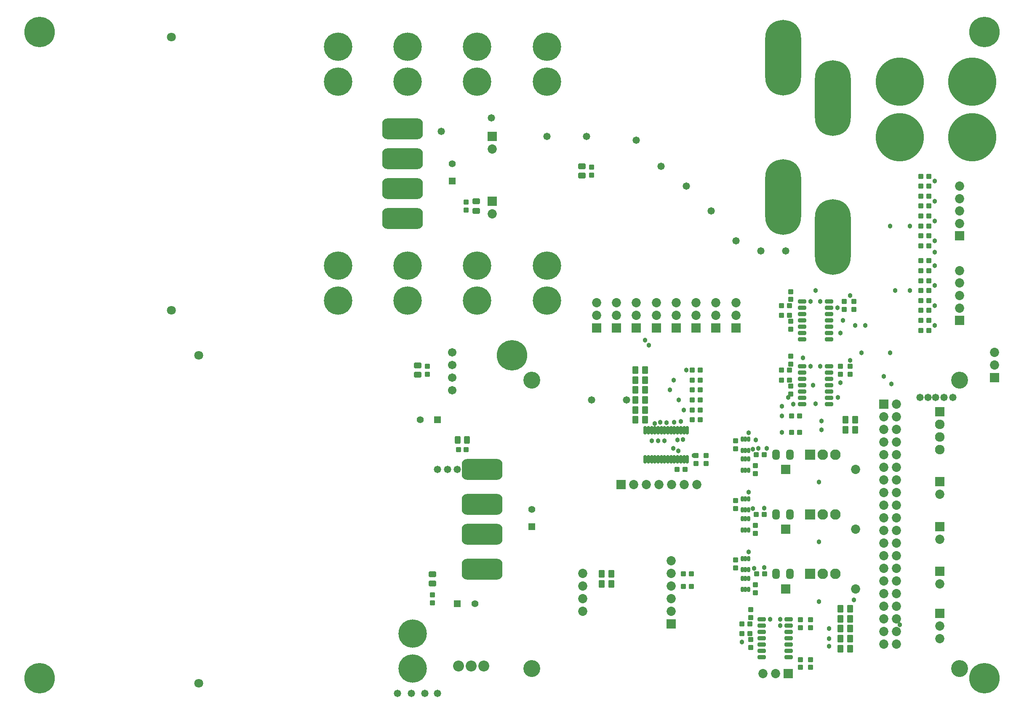
<source format=gts>
G04 Layer_Color=8388736*
%FSLAX25Y25*%
%MOIN*%
G70*
G01*
G75*
G04:AMPARAMS|DCode=60|XSize=38.47mil|YSize=42.4mil|CornerRadius=6.68mil|HoleSize=0mil|Usage=FLASHONLY|Rotation=0.000|XOffset=0mil|YOffset=0mil|HoleType=Round|Shape=RoundedRectangle|*
%AMROUNDEDRECTD60*
21,1,0.03847,0.02904,0,0,0.0*
21,1,0.02510,0.04240,0,0,0.0*
1,1,0.01337,0.01255,-0.01452*
1,1,0.01337,-0.01255,-0.01452*
1,1,0.01337,-0.01255,0.01452*
1,1,0.01337,0.01255,0.01452*
%
%ADD60ROUNDEDRECTD60*%
G04:AMPARAMS|DCode=61|XSize=76.9mil|YSize=57.21mil|CornerRadius=16.3mil|HoleSize=0mil|Usage=FLASHONLY|Rotation=90.000|XOffset=0mil|YOffset=0mil|HoleType=Round|Shape=RoundedRectangle|*
%AMROUNDEDRECTD61*
21,1,0.07690,0.02461,0,0,90.0*
21,1,0.04429,0.05721,0,0,90.0*
1,1,0.03261,0.01230,0.02215*
1,1,0.03261,0.01230,-0.02215*
1,1,0.03261,-0.01230,-0.02215*
1,1,0.03261,-0.01230,0.02215*
%
%ADD61ROUNDEDRECTD61*%
G04:AMPARAMS|DCode=62|XSize=46.34mil|YSize=60.12mil|CornerRadius=7.67mil|HoleSize=0mil|Usage=FLASHONLY|Rotation=180.000|XOffset=0mil|YOffset=0mil|HoleType=Round|Shape=RoundedRectangle|*
%AMROUNDEDRECTD62*
21,1,0.04634,0.04478,0,0,180.0*
21,1,0.03100,0.06012,0,0,180.0*
1,1,0.01534,-0.01550,0.02239*
1,1,0.01534,0.01550,0.02239*
1,1,0.01534,0.01550,-0.02239*
1,1,0.01534,-0.01550,-0.02239*
%
%ADD62ROUNDEDRECTD62*%
G04:AMPARAMS|DCode=63|XSize=38.47mil|YSize=42.4mil|CornerRadius=6.68mil|HoleSize=0mil|Usage=FLASHONLY|Rotation=90.000|XOffset=0mil|YOffset=0mil|HoleType=Round|Shape=RoundedRectangle|*
%AMROUNDEDRECTD63*
21,1,0.03847,0.02904,0,0,90.0*
21,1,0.02510,0.04240,0,0,90.0*
1,1,0.01337,0.01452,0.01255*
1,1,0.01337,0.01452,-0.01255*
1,1,0.01337,-0.01452,-0.01255*
1,1,0.01337,-0.01452,0.01255*
%
%ADD63ROUNDEDRECTD63*%
G04:AMPARAMS|DCode=64|XSize=44.37mil|YSize=60.12mil|CornerRadius=8.4mil|HoleSize=0mil|Usage=FLASHONLY|Rotation=90.000|XOffset=0mil|YOffset=0mil|HoleType=Round|Shape=RoundedRectangle|*
%AMROUNDEDRECTD64*
21,1,0.04437,0.04331,0,0,90.0*
21,1,0.02756,0.06012,0,0,90.0*
1,1,0.01681,0.02165,0.01378*
1,1,0.01681,0.02165,-0.01378*
1,1,0.01681,-0.02165,-0.01378*
1,1,0.01681,-0.02165,0.01378*
%
%ADD64ROUNDEDRECTD64*%
G04:AMPARAMS|DCode=65|XSize=40.43mil|YSize=42.4mil|CornerRadius=6.93mil|HoleSize=0mil|Usage=FLASHONLY|Rotation=270.000|XOffset=0mil|YOffset=0mil|HoleType=Round|Shape=RoundedRectangle|*
%AMROUNDEDRECTD65*
21,1,0.04043,0.02854,0,0,270.0*
21,1,0.02657,0.04240,0,0,270.0*
1,1,0.01386,-0.01427,-0.01329*
1,1,0.01386,-0.01427,0.01329*
1,1,0.01386,0.01427,0.01329*
1,1,0.01386,0.01427,-0.01329*
%
%ADD65ROUNDEDRECTD65*%
G04:AMPARAMS|DCode=66|XSize=23.75mil|YSize=41.47mil|CornerRadius=7.94mil|HoleSize=0mil|Usage=FLASHONLY|Rotation=0.000|XOffset=0mil|YOffset=0mil|HoleType=Round|Shape=RoundedRectangle|*
%AMROUNDEDRECTD66*
21,1,0.02375,0.02559,0,0,0.0*
21,1,0.00787,0.04147,0,0,0.0*
1,1,0.01587,0.00394,-0.01279*
1,1,0.01587,-0.00394,-0.01279*
1,1,0.01587,-0.00394,0.01279*
1,1,0.01587,0.00394,0.01279*
%
%ADD66ROUNDEDRECTD66*%
G04:AMPARAMS|DCode=67|XSize=67.06mil|YSize=33.59mil|CornerRadius=10.4mil|HoleSize=0mil|Usage=FLASHONLY|Rotation=180.000|XOffset=0mil|YOffset=0mil|HoleType=Round|Shape=RoundedRectangle|*
%AMROUNDEDRECTD67*
21,1,0.06706,0.01279,0,0,180.0*
21,1,0.04626,0.03359,0,0,180.0*
1,1,0.02080,-0.02313,0.00640*
1,1,0.02080,0.02313,0.00640*
1,1,0.02080,0.02313,-0.00640*
1,1,0.02080,-0.02313,-0.00640*
%
%ADD67ROUNDEDRECTD67*%
G04:AMPARAMS|DCode=68|XSize=66.07mil|YSize=25.72mil|CornerRadius=8.43mil|HoleSize=0mil|Usage=FLASHONLY|Rotation=270.000|XOffset=0mil|YOffset=0mil|HoleType=Round|Shape=RoundedRectangle|*
%AMROUNDEDRECTD68*
21,1,0.06607,0.00886,0,0,270.0*
21,1,0.04921,0.02572,0,0,270.0*
1,1,0.01686,-0.00443,-0.02461*
1,1,0.01686,-0.00443,0.02461*
1,1,0.01686,0.00443,0.02461*
1,1,0.01686,0.00443,-0.02461*
%
%ADD68ROUNDEDRECTD68*%
G04:AMPARAMS|DCode=69|XSize=165.48mil|YSize=322.96mil|CornerRadius=43.37mil|HoleSize=0mil|Usage=FLASHONLY|Rotation=90.000|XOffset=0mil|YOffset=0mil|HoleType=Round|Shape=RoundedRectangle|*
%AMROUNDEDRECTD69*
21,1,0.16548,0.23622,0,0,90.0*
21,1,0.07874,0.32296,0,0,90.0*
1,1,0.08674,0.11811,0.03937*
1,1,0.08674,0.11811,-0.03937*
1,1,0.08674,-0.11811,-0.03937*
1,1,0.08674,-0.11811,0.03937*
%
%ADD69ROUNDEDRECTD69*%
G04:AMPARAMS|DCode=70|XSize=44.37mil|YSize=60.12mil|CornerRadius=8.4mil|HoleSize=0mil|Usage=FLASHONLY|Rotation=180.000|XOffset=0mil|YOffset=0mil|HoleType=Round|Shape=RoundedRectangle|*
%AMROUNDEDRECTD70*
21,1,0.04437,0.04331,0,0,180.0*
21,1,0.02756,0.06012,0,0,180.0*
1,1,0.01681,-0.01378,0.02165*
1,1,0.01681,0.01378,0.02165*
1,1,0.01681,0.01378,-0.02165*
1,1,0.01681,-0.01378,-0.02165*
%
%ADD70ROUNDEDRECTD70*%
%ADD71C,0.07296*%
%ADD72R,0.07296X0.07296*%
%ADD73R,0.07296X0.07296*%
%ADD74C,0.24122*%
%ADD75R,0.07591X0.07591*%
%ADD76C,0.07591*%
%ADD77C,0.38201*%
%ADD78C,0.22450*%
%ADD79C,0.05524*%
%ADD80R,0.05524X0.05524*%
%ADD81O,0.28359X0.59855*%
%ADD82C,0.13398*%
%ADD83R,0.08359X0.08359*%
%ADD84C,0.08359*%
%ADD85C,0.07099*%
%ADD86R,0.05524X0.05524*%
%ADD87C,0.08674*%
%ADD88C,0.06706*%
%ADD89C,0.03800*%
%ADD90C,0.05800*%
D60*
X587402Y102362D02*
D03*
X593701D02*
D03*
X587087Y149606D02*
D03*
X593386D02*
D03*
X587087Y196850D02*
D03*
X593386D02*
D03*
X575591Y62992D02*
D03*
X581890D02*
D03*
X575591Y55118D02*
D03*
X581890D02*
D03*
X717323Y295276D02*
D03*
X723622D02*
D03*
Y303150D02*
D03*
X717323D02*
D03*
Y311024D02*
D03*
X723622D02*
D03*
Y318898D02*
D03*
X717323D02*
D03*
Y326772D02*
D03*
X723622D02*
D03*
Y334646D02*
D03*
X717323D02*
D03*
Y342520D02*
D03*
X723622D02*
D03*
Y350394D02*
D03*
X717323D02*
D03*
X717323Y362205D02*
D03*
X723622D02*
D03*
Y370079D02*
D03*
X717323D02*
D03*
Y377953D02*
D03*
X723622D02*
D03*
Y385827D02*
D03*
X717323D02*
D03*
Y393701D02*
D03*
X723622D02*
D03*
Y401575D02*
D03*
X717323D02*
D03*
Y409449D02*
D03*
X723622D02*
D03*
Y417323D02*
D03*
X717323D02*
D03*
X607087Y263779D02*
D03*
X613386D02*
D03*
X607087Y255906D02*
D03*
X613386D02*
D03*
X607087Y314961D02*
D03*
X613386D02*
D03*
X607087Y307087D02*
D03*
X613386D02*
D03*
X530709Y185039D02*
D03*
X524409D02*
D03*
X542520Y224410D02*
D03*
X536221D02*
D03*
X542520Y232283D02*
D03*
X536221D02*
D03*
X542520Y240158D02*
D03*
X536221D02*
D03*
X542520Y248031D02*
D03*
X536221D02*
D03*
X542520Y255906D02*
D03*
X536221D02*
D03*
X542520Y263779D02*
D03*
X536221D02*
D03*
X621260Y214567D02*
D03*
X614961D02*
D03*
X621260Y227362D02*
D03*
X614961D02*
D03*
X529331Y92520D02*
D03*
X535630D02*
D03*
X529331Y102362D02*
D03*
X535630D02*
D03*
X351181Y200787D02*
D03*
X357480D02*
D03*
D61*
X602697Y102362D02*
D03*
X613524D02*
D03*
X602697Y149606D02*
D03*
X613524D02*
D03*
X602697Y196850D02*
D03*
X613524D02*
D03*
D62*
X653740Y74803D02*
D03*
X661221D02*
D03*
Y43307D02*
D03*
X653740D02*
D03*
X661221Y66929D02*
D03*
X653740D02*
D03*
X661221Y51181D02*
D03*
X653740D02*
D03*
X661221Y59055D02*
D03*
X653740D02*
D03*
X665158Y216535D02*
D03*
X657677D02*
D03*
X665158Y224410D02*
D03*
X657677D02*
D03*
X498819Y224410D02*
D03*
X491339D02*
D03*
X498819Y232283D02*
D03*
X491339D02*
D03*
X498819Y263779D02*
D03*
X491339D02*
D03*
X498819Y255906D02*
D03*
X491339D02*
D03*
X498819Y240158D02*
D03*
X491339D02*
D03*
X498819Y248031D02*
D03*
X491339D02*
D03*
X464764Y94488D02*
D03*
X472244D02*
D03*
Y102362D02*
D03*
X464764D02*
D03*
D63*
X357283Y390551D02*
D03*
Y396850D02*
D03*
X582677Y44094D02*
D03*
Y50394D02*
D03*
Y74016D02*
D03*
Y67716D02*
D03*
X622047Y34646D02*
D03*
Y28346D02*
D03*
X330709Y85827D02*
D03*
Y79528D02*
D03*
X456693Y424409D02*
D03*
Y418110D02*
D03*
X614173Y274803D02*
D03*
Y268504D02*
D03*
Y244882D02*
D03*
Y251181D02*
D03*
Y325984D02*
D03*
Y319685D02*
D03*
Y296063D02*
D03*
Y302362D02*
D03*
X629921Y28346D02*
D03*
Y34646D02*
D03*
X326772Y266929D02*
D03*
Y260630D02*
D03*
D64*
X448819Y417717D02*
D03*
Y425197D02*
D03*
X330709Y94685D02*
D03*
Y102165D02*
D03*
X365158Y397441D02*
D03*
Y389961D02*
D03*
X318898Y260039D02*
D03*
Y267520D02*
D03*
D65*
X653543Y266929D02*
D03*
Y260630D02*
D03*
X661417Y266929D02*
D03*
Y260630D02*
D03*
X664370Y318110D02*
D03*
Y311811D02*
D03*
X656496Y318110D02*
D03*
Y311811D02*
D03*
X629921Y59842D02*
D03*
Y66142D02*
D03*
X622047Y59842D02*
D03*
Y66142D02*
D03*
X539370Y196063D02*
D03*
Y189764D02*
D03*
X547244Y196063D02*
D03*
Y189764D02*
D03*
X570551Y207874D02*
D03*
Y201575D02*
D03*
Y160630D02*
D03*
Y154331D02*
D03*
Y113386D02*
D03*
Y107087D02*
D03*
X586299Y181890D02*
D03*
Y188189D02*
D03*
Y134646D02*
D03*
Y140945D02*
D03*
Y87402D02*
D03*
Y93701D02*
D03*
D66*
X580984Y209154D02*
D03*
X578425D02*
D03*
X575866D02*
D03*
Y200295D02*
D03*
X578425D02*
D03*
X580984D02*
D03*
Y161909D02*
D03*
X578425D02*
D03*
X575866D02*
D03*
Y153051D02*
D03*
X578425D02*
D03*
X580984D02*
D03*
Y114665D02*
D03*
X578425D02*
D03*
X575866D02*
D03*
Y105807D02*
D03*
X578425D02*
D03*
X580984D02*
D03*
X575866Y184547D02*
D03*
X578425D02*
D03*
X580984D02*
D03*
Y193405D02*
D03*
X578425D02*
D03*
X575866D02*
D03*
Y137303D02*
D03*
X578425D02*
D03*
X580984D02*
D03*
Y146161D02*
D03*
X578425D02*
D03*
X575866D02*
D03*
Y90059D02*
D03*
X578425D02*
D03*
X580984D02*
D03*
Y98917D02*
D03*
X578425D02*
D03*
X575866D02*
D03*
D67*
X623228Y236968D02*
D03*
Y241968D02*
D03*
Y246969D02*
D03*
Y251969D02*
D03*
Y256968D02*
D03*
Y261968D02*
D03*
Y266968D02*
D03*
X644488D02*
D03*
Y261968D02*
D03*
Y256968D02*
D03*
Y251969D02*
D03*
Y246969D02*
D03*
Y241968D02*
D03*
Y236968D02*
D03*
X623228Y288150D02*
D03*
Y293150D02*
D03*
Y298150D02*
D03*
Y303150D02*
D03*
Y308150D02*
D03*
Y313150D02*
D03*
Y318150D02*
D03*
X644488D02*
D03*
Y313150D02*
D03*
Y308150D02*
D03*
Y303150D02*
D03*
Y298150D02*
D03*
Y293150D02*
D03*
Y288150D02*
D03*
X591339Y36575D02*
D03*
Y41575D02*
D03*
Y46575D02*
D03*
Y51575D02*
D03*
Y56575D02*
D03*
Y61575D02*
D03*
Y66575D02*
D03*
X612598D02*
D03*
Y61575D02*
D03*
Y56575D02*
D03*
Y51575D02*
D03*
Y46575D02*
D03*
Y41575D02*
D03*
Y36575D02*
D03*
D68*
X532382Y216291D02*
D03*
X529823D02*
D03*
X527264D02*
D03*
X524705D02*
D03*
X522146D02*
D03*
X519587D02*
D03*
X517028D02*
D03*
X514468D02*
D03*
X511909D02*
D03*
X509350D02*
D03*
X506791D02*
D03*
X504232D02*
D03*
X501673D02*
D03*
X499114D02*
D03*
Y193157D02*
D03*
X501673D02*
D03*
X504232D02*
D03*
X506791D02*
D03*
X509350D02*
D03*
X511909D02*
D03*
X514468D02*
D03*
X517028D02*
D03*
X519587D02*
D03*
X522146D02*
D03*
X524705D02*
D03*
X527264D02*
D03*
X529823D02*
D03*
X532382D02*
D03*
D69*
X307087Y383858D02*
D03*
Y431102D02*
D03*
Y407480D02*
D03*
Y454724D02*
D03*
X370079Y106299D02*
D03*
Y157480D02*
D03*
Y133858D02*
D03*
Y185039D02*
D03*
D70*
X358071Y208661D02*
D03*
X350590D02*
D03*
D71*
X592362Y23622D02*
D03*
X602362D02*
D03*
X519685Y112677D02*
D03*
Y102677D02*
D03*
Y92677D02*
D03*
Y82677D02*
D03*
Y72677D02*
D03*
X449685Y102677D02*
D03*
Y92677D02*
D03*
Y82677D02*
D03*
Y72677D02*
D03*
X570866Y317087D02*
D03*
Y307087D02*
D03*
X555118Y317087D02*
D03*
Y307087D02*
D03*
X539370Y317087D02*
D03*
Y307087D02*
D03*
X523622Y317087D02*
D03*
Y307087D02*
D03*
X507874Y317087D02*
D03*
Y307087D02*
D03*
X492126Y317087D02*
D03*
Y307087D02*
D03*
X476378Y317087D02*
D03*
Y307087D02*
D03*
X460630Y317087D02*
D03*
Y307087D02*
D03*
X732283Y165354D02*
D03*
Y129921D02*
D03*
Y94488D02*
D03*
Y61181D02*
D03*
Y51181D02*
D03*
X775591Y277716D02*
D03*
Y267717D02*
D03*
X748032Y409449D02*
D03*
Y399606D02*
D03*
Y389764D02*
D03*
Y379921D02*
D03*
X748032Y342520D02*
D03*
Y332677D02*
D03*
Y322835D02*
D03*
Y312992D02*
D03*
X697913Y46732D02*
D03*
X687913D02*
D03*
X697913Y56732D02*
D03*
X687913D02*
D03*
X697913Y66732D02*
D03*
X687913D02*
D03*
X697913Y76732D02*
D03*
X687913D02*
D03*
X697913Y86732D02*
D03*
X687913D02*
D03*
X697913Y96732D02*
D03*
X687913D02*
D03*
X697913Y106732D02*
D03*
X687913D02*
D03*
X697913Y116732D02*
D03*
X687913D02*
D03*
X697913Y126732D02*
D03*
X687913D02*
D03*
X697913Y136732D02*
D03*
X687913D02*
D03*
X697913Y146732D02*
D03*
X687913D02*
D03*
X697913Y156732D02*
D03*
X687913D02*
D03*
X697913Y166732D02*
D03*
X687913D02*
D03*
X697913Y176732D02*
D03*
X687913D02*
D03*
X697913Y186732D02*
D03*
X687913D02*
D03*
X697913Y196732D02*
D03*
X687913D02*
D03*
X697913Y206732D02*
D03*
X687913D02*
D03*
X697913Y216732D02*
D03*
X687913D02*
D03*
X697913Y226732D02*
D03*
X687913D02*
D03*
X697913Y236732D02*
D03*
X377953Y438819D02*
D03*
Y387638D02*
D03*
X665748Y137795D02*
D03*
Y185039D02*
D03*
Y90551D02*
D03*
X540000Y173228D02*
D03*
X530000D02*
D03*
X520000D02*
D03*
X510000D02*
D03*
X500000D02*
D03*
X490000D02*
D03*
D72*
X612362Y23622D02*
D03*
X610236Y137795D02*
D03*
Y185039D02*
D03*
Y90551D02*
D03*
X480000Y173228D02*
D03*
D73*
X519685Y62677D02*
D03*
X570866Y297087D02*
D03*
X555118D02*
D03*
X539370D02*
D03*
X523622D02*
D03*
X507874D02*
D03*
X492126D02*
D03*
X476378D02*
D03*
X460630D02*
D03*
X732283Y175354D02*
D03*
Y139921D02*
D03*
Y104488D02*
D03*
Y71181D02*
D03*
X775591Y257716D02*
D03*
X748032Y370079D02*
D03*
X748032Y303150D02*
D03*
X687913Y236732D02*
D03*
X377953Y448819D02*
D03*
Y397638D02*
D03*
D74*
X767717Y531496D02*
D03*
Y19685D02*
D03*
X19685D02*
D03*
Y531496D02*
D03*
X393701Y275590D02*
D03*
D75*
X732283Y230787D02*
D03*
D76*
Y220787D02*
D03*
Y210787D02*
D03*
Y200787D02*
D03*
D77*
X700787Y448126D02*
D03*
Y492126D02*
D03*
X757874Y448126D02*
D03*
Y492126D02*
D03*
D78*
X255906Y519686D02*
D03*
Y492126D02*
D03*
X311024Y519686D02*
D03*
Y492126D02*
D03*
X366142Y519685D02*
D03*
Y492125D02*
D03*
X421260Y519685D02*
D03*
Y492125D02*
D03*
X255906Y318898D02*
D03*
Y346458D02*
D03*
X311024Y318897D02*
D03*
Y346457D02*
D03*
X366142Y318897D02*
D03*
Y346457D02*
D03*
X421260Y318898D02*
D03*
Y346458D02*
D03*
X314961Y27559D02*
D03*
Y55119D02*
D03*
D79*
X346457Y427165D02*
D03*
X409449Y153543D02*
D03*
X364173Y78740D02*
D03*
X320866Y224410D02*
D03*
D80*
X346457Y413386D02*
D03*
X409449Y139764D02*
D03*
D81*
X647638Y369094D02*
D03*
X608268Y400787D02*
D03*
X647638Y479331D02*
D03*
X608268Y511024D02*
D03*
D82*
X748032Y255906D02*
D03*
Y27559D02*
D03*
X409449Y255906D02*
D03*
Y27559D02*
D03*
D83*
X629606Y196850D02*
D03*
Y149606D02*
D03*
Y102362D02*
D03*
D84*
X639606Y196850D02*
D03*
X649606D02*
D03*
X639606Y149606D02*
D03*
X649606D02*
D03*
X639606Y102362D02*
D03*
X649606D02*
D03*
D85*
X124016Y527559D02*
D03*
Y311024D02*
D03*
X145669Y275590D02*
D03*
Y15748D02*
D03*
D86*
X350394Y78740D02*
D03*
X334646Y224410D02*
D03*
D87*
X371220Y29528D02*
D03*
X361221D02*
D03*
X351220D02*
D03*
D88*
X346457Y277716D02*
D03*
Y267717D02*
D03*
Y257716D02*
D03*
Y247716D02*
D03*
D89*
X728346Y413386D02*
D03*
Y397638D02*
D03*
Y381890D02*
D03*
Y366142D02*
D03*
X728346Y346457D02*
D03*
Y330709D02*
D03*
Y314961D02*
D03*
Y299213D02*
D03*
X673228D02*
D03*
X665354D02*
D03*
X708661Y377953D02*
D03*
X692913D02*
D03*
X653543Y293307D02*
D03*
X708661Y326772D02*
D03*
X696850D02*
D03*
X651575Y242126D02*
D03*
X664370Y81693D02*
D03*
X629921Y318150D02*
D03*
X637795Y266968D02*
D03*
X629921D02*
D03*
X598032Y66535D02*
D03*
X605905D02*
D03*
X593386Y154646D02*
D03*
X580984Y214291D02*
D03*
X593386Y107402D02*
D03*
X521654Y255906D02*
D03*
X531496Y263779D02*
D03*
X525591Y240158D02*
D03*
X504232Y207972D02*
D03*
X509350D02*
D03*
X514468D02*
D03*
X499016Y287402D02*
D03*
X501968Y283465D02*
D03*
X638779Y223425D02*
D03*
Y216535D02*
D03*
X637795Y318150D02*
D03*
X506791Y221358D02*
D03*
X529527Y232283D02*
D03*
X518701Y248031D02*
D03*
X607283Y227362D02*
D03*
X607283Y235236D02*
D03*
Y214567D02*
D03*
X651417Y313150D02*
D03*
X633858Y326772D02*
D03*
X670276Y277559D02*
D03*
X692913D02*
D03*
X693898Y252953D02*
D03*
X687992Y258858D02*
D03*
X605905Y61535D02*
D03*
X575591Y48425D02*
D03*
X636732Y80630D02*
D03*
Y127874D02*
D03*
Y175118D02*
D03*
X700787Y62008D02*
D03*
X644685Y59055D02*
D03*
Y51181D02*
D03*
Y45276D02*
D03*
X728346Y357283D02*
D03*
X616378Y236968D02*
D03*
X633858Y237205D02*
D03*
X661417Y322835D02*
D03*
X655512Y303150D02*
D03*
X661417Y271654D02*
D03*
X653543Y253937D02*
D03*
X631890Y251969D02*
D03*
X580984Y119803D02*
D03*
X612205Y242126D02*
D03*
X624016Y273622D02*
D03*
X586614Y208661D02*
D03*
X580984Y167047D02*
D03*
X595472Y201772D02*
D03*
X588583D02*
D03*
X537700Y196063D02*
D03*
X524800Y208600D02*
D03*
X529000Y208700D02*
D03*
X522000Y222500D02*
D03*
X527200Y223100D02*
D03*
X584200Y201100D02*
D03*
Y154100D02*
D03*
X585300Y107000D02*
D03*
X525400Y199900D02*
D03*
X521300Y202000D02*
D03*
X516000Y222100D02*
D03*
X511100Y222400D02*
D03*
D90*
X716535Y242126D02*
D03*
X303150Y7874D02*
D03*
X313976D02*
D03*
X324803D02*
D03*
X334646D02*
D03*
X610236Y358268D02*
D03*
X590551D02*
D03*
X570866Y366142D02*
D03*
X551181Y389764D02*
D03*
X531496Y409449D02*
D03*
X511811Y425197D02*
D03*
X452756Y448819D02*
D03*
X492126Y445866D02*
D03*
X421260Y448819D02*
D03*
X377461Y463583D02*
D03*
X334646Y185039D02*
D03*
X350394D02*
D03*
X342520D02*
D03*
X456693Y240158D02*
D03*
X484252D02*
D03*
X337598Y452756D02*
D03*
X742600Y242100D02*
D03*
X735600Y242126D02*
D03*
X729100D02*
D03*
X722900Y242200D02*
D03*
M02*

</source>
